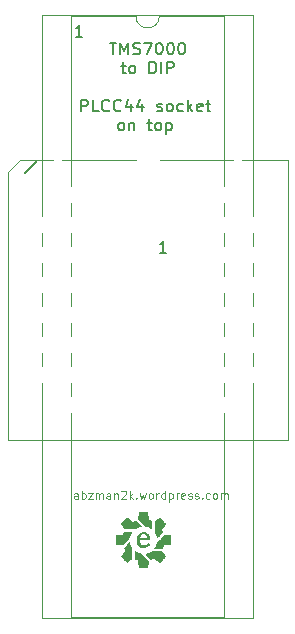
<source format=gto>
G04 #@! TF.GenerationSoftware,KiCad,Pcbnew,(6.0.0)*
G04 #@! TF.CreationDate,2023-01-29T20:41:39-05:00*
G04 #@! TF.ProjectId,tms7000 plcc 44 adapter,746d7337-3030-4302-9070-6c6363203434,rev?*
G04 #@! TF.SameCoordinates,Original*
G04 #@! TF.FileFunction,Legend,Top*
G04 #@! TF.FilePolarity,Positive*
%FSLAX46Y46*%
G04 Gerber Fmt 4.6, Leading zero omitted, Abs format (unit mm)*
G04 Created by KiCad (PCBNEW (6.0.0)) date 2023-01-29 20:41:39*
%MOMM*%
%LPD*%
G01*
G04 APERTURE LIST*
%ADD10C,0.150000*%
%ADD11C,0.100000*%
%ADD12C,0.120000*%
%ADD13R,1.600000X1.600000*%
%ADD14O,1.600000X1.600000*%
%ADD15R,1.422400X1.422400*%
%ADD16C,1.422400*%
G04 APERTURE END LIST*
D10*
X117348000Y-60452000D02*
X118364000Y-59436000D01*
X124523904Y-49447380D02*
X125095333Y-49447380D01*
X124809619Y-50447380D02*
X124809619Y-49447380D01*
X125428666Y-50447380D02*
X125428666Y-49447380D01*
X125762000Y-50161666D01*
X126095333Y-49447380D01*
X126095333Y-50447380D01*
X126523904Y-50399761D02*
X126666761Y-50447380D01*
X126904857Y-50447380D01*
X127000095Y-50399761D01*
X127047714Y-50352142D01*
X127095333Y-50256904D01*
X127095333Y-50161666D01*
X127047714Y-50066428D01*
X127000095Y-50018809D01*
X126904857Y-49971190D01*
X126714380Y-49923571D01*
X126619142Y-49875952D01*
X126571523Y-49828333D01*
X126523904Y-49733095D01*
X126523904Y-49637857D01*
X126571523Y-49542619D01*
X126619142Y-49495000D01*
X126714380Y-49447380D01*
X126952476Y-49447380D01*
X127095333Y-49495000D01*
X127428666Y-49447380D02*
X128095333Y-49447380D01*
X127666761Y-50447380D01*
X128666761Y-49447380D02*
X128762000Y-49447380D01*
X128857238Y-49495000D01*
X128904857Y-49542619D01*
X128952476Y-49637857D01*
X129000095Y-49828333D01*
X129000095Y-50066428D01*
X128952476Y-50256904D01*
X128904857Y-50352142D01*
X128857238Y-50399761D01*
X128762000Y-50447380D01*
X128666761Y-50447380D01*
X128571523Y-50399761D01*
X128523904Y-50352142D01*
X128476285Y-50256904D01*
X128428666Y-50066428D01*
X128428666Y-49828333D01*
X128476285Y-49637857D01*
X128523904Y-49542619D01*
X128571523Y-49495000D01*
X128666761Y-49447380D01*
X129619142Y-49447380D02*
X129714380Y-49447380D01*
X129809619Y-49495000D01*
X129857238Y-49542619D01*
X129904857Y-49637857D01*
X129952476Y-49828333D01*
X129952476Y-50066428D01*
X129904857Y-50256904D01*
X129857238Y-50352142D01*
X129809619Y-50399761D01*
X129714380Y-50447380D01*
X129619142Y-50447380D01*
X129523904Y-50399761D01*
X129476285Y-50352142D01*
X129428666Y-50256904D01*
X129381047Y-50066428D01*
X129381047Y-49828333D01*
X129428666Y-49637857D01*
X129476285Y-49542619D01*
X129523904Y-49495000D01*
X129619142Y-49447380D01*
X130571523Y-49447380D02*
X130666761Y-49447380D01*
X130762000Y-49495000D01*
X130809619Y-49542619D01*
X130857238Y-49637857D01*
X130904857Y-49828333D01*
X130904857Y-50066428D01*
X130857238Y-50256904D01*
X130809619Y-50352142D01*
X130762000Y-50399761D01*
X130666761Y-50447380D01*
X130571523Y-50447380D01*
X130476285Y-50399761D01*
X130428666Y-50352142D01*
X130381047Y-50256904D01*
X130333428Y-50066428D01*
X130333428Y-49828333D01*
X130381047Y-49637857D01*
X130428666Y-49542619D01*
X130476285Y-49495000D01*
X130571523Y-49447380D01*
X125500095Y-51390714D02*
X125881047Y-51390714D01*
X125642952Y-51057380D02*
X125642952Y-51914523D01*
X125690571Y-52009761D01*
X125785809Y-52057380D01*
X125881047Y-52057380D01*
X126357238Y-52057380D02*
X126262000Y-52009761D01*
X126214380Y-51962142D01*
X126166761Y-51866904D01*
X126166761Y-51581190D01*
X126214380Y-51485952D01*
X126262000Y-51438333D01*
X126357238Y-51390714D01*
X126500095Y-51390714D01*
X126595333Y-51438333D01*
X126642952Y-51485952D01*
X126690571Y-51581190D01*
X126690571Y-51866904D01*
X126642952Y-51962142D01*
X126595333Y-52009761D01*
X126500095Y-52057380D01*
X126357238Y-52057380D01*
X127881047Y-52057380D02*
X127881047Y-51057380D01*
X128119142Y-51057380D01*
X128262000Y-51105000D01*
X128357238Y-51200238D01*
X128404857Y-51295476D01*
X128452476Y-51485952D01*
X128452476Y-51628809D01*
X128404857Y-51819285D01*
X128357238Y-51914523D01*
X128262000Y-52009761D01*
X128119142Y-52057380D01*
X127881047Y-52057380D01*
X128881047Y-52057380D02*
X128881047Y-51057380D01*
X129357238Y-52057380D02*
X129357238Y-51057380D01*
X129738190Y-51057380D01*
X129833428Y-51105000D01*
X129881047Y-51152619D01*
X129928666Y-51247857D01*
X129928666Y-51390714D01*
X129881047Y-51485952D01*
X129833428Y-51533571D01*
X129738190Y-51581190D01*
X129357238Y-51581190D01*
X129317714Y-67254380D02*
X128746285Y-67254380D01*
X129032000Y-67254380D02*
X129032000Y-66254380D01*
X128936761Y-66397238D01*
X128841523Y-66492476D01*
X128746285Y-66540095D01*
X122205714Y-48966380D02*
X121634285Y-48966380D01*
X121920000Y-48966380D02*
X121920000Y-47966380D01*
X121824761Y-48109238D01*
X121729523Y-48204476D01*
X121634285Y-48252095D01*
D11*
X121816000Y-88073666D02*
X121816000Y-87707000D01*
X121782666Y-87640333D01*
X121716000Y-87607000D01*
X121582666Y-87607000D01*
X121516000Y-87640333D01*
X121816000Y-88040333D02*
X121749333Y-88073666D01*
X121582666Y-88073666D01*
X121516000Y-88040333D01*
X121482666Y-87973666D01*
X121482666Y-87907000D01*
X121516000Y-87840333D01*
X121582666Y-87807000D01*
X121749333Y-87807000D01*
X121816000Y-87773666D01*
X122149333Y-88073666D02*
X122149333Y-87373666D01*
X122149333Y-87640333D02*
X122216000Y-87607000D01*
X122349333Y-87607000D01*
X122416000Y-87640333D01*
X122449333Y-87673666D01*
X122482666Y-87740333D01*
X122482666Y-87940333D01*
X122449333Y-88007000D01*
X122416000Y-88040333D01*
X122349333Y-88073666D01*
X122216000Y-88073666D01*
X122149333Y-88040333D01*
X122716000Y-87607000D02*
X123082666Y-87607000D01*
X122716000Y-88073666D01*
X123082666Y-88073666D01*
X123349333Y-88073666D02*
X123349333Y-87607000D01*
X123349333Y-87673666D02*
X123382666Y-87640333D01*
X123449333Y-87607000D01*
X123549333Y-87607000D01*
X123616000Y-87640333D01*
X123649333Y-87707000D01*
X123649333Y-88073666D01*
X123649333Y-87707000D02*
X123682666Y-87640333D01*
X123749333Y-87607000D01*
X123849333Y-87607000D01*
X123916000Y-87640333D01*
X123949333Y-87707000D01*
X123949333Y-88073666D01*
X124582666Y-88073666D02*
X124582666Y-87707000D01*
X124549333Y-87640333D01*
X124482666Y-87607000D01*
X124349333Y-87607000D01*
X124282666Y-87640333D01*
X124582666Y-88040333D02*
X124516000Y-88073666D01*
X124349333Y-88073666D01*
X124282666Y-88040333D01*
X124249333Y-87973666D01*
X124249333Y-87907000D01*
X124282666Y-87840333D01*
X124349333Y-87807000D01*
X124516000Y-87807000D01*
X124582666Y-87773666D01*
X124916000Y-87607000D02*
X124916000Y-88073666D01*
X124916000Y-87673666D02*
X124949333Y-87640333D01*
X125016000Y-87607000D01*
X125116000Y-87607000D01*
X125182666Y-87640333D01*
X125216000Y-87707000D01*
X125216000Y-88073666D01*
X125516000Y-87440333D02*
X125549333Y-87407000D01*
X125616000Y-87373666D01*
X125782666Y-87373666D01*
X125849333Y-87407000D01*
X125882666Y-87440333D01*
X125916000Y-87507000D01*
X125916000Y-87573666D01*
X125882666Y-87673666D01*
X125482666Y-88073666D01*
X125916000Y-88073666D01*
X126216000Y-88073666D02*
X126216000Y-87373666D01*
X126282666Y-87807000D02*
X126482666Y-88073666D01*
X126482666Y-87607000D02*
X126216000Y-87873666D01*
X126782666Y-88007000D02*
X126816000Y-88040333D01*
X126782666Y-88073666D01*
X126749333Y-88040333D01*
X126782666Y-88007000D01*
X126782666Y-88073666D01*
X127049333Y-87607000D02*
X127182666Y-88073666D01*
X127316000Y-87740333D01*
X127449333Y-88073666D01*
X127582666Y-87607000D01*
X127949333Y-88073666D02*
X127882666Y-88040333D01*
X127849333Y-88007000D01*
X127816000Y-87940333D01*
X127816000Y-87740333D01*
X127849333Y-87673666D01*
X127882666Y-87640333D01*
X127949333Y-87607000D01*
X128049333Y-87607000D01*
X128116000Y-87640333D01*
X128149333Y-87673666D01*
X128182666Y-87740333D01*
X128182666Y-87940333D01*
X128149333Y-88007000D01*
X128116000Y-88040333D01*
X128049333Y-88073666D01*
X127949333Y-88073666D01*
X128482666Y-88073666D02*
X128482666Y-87607000D01*
X128482666Y-87740333D02*
X128516000Y-87673666D01*
X128549333Y-87640333D01*
X128616000Y-87607000D01*
X128682666Y-87607000D01*
X129216000Y-88073666D02*
X129216000Y-87373666D01*
X129216000Y-88040333D02*
X129149333Y-88073666D01*
X129016000Y-88073666D01*
X128949333Y-88040333D01*
X128916000Y-88007000D01*
X128882666Y-87940333D01*
X128882666Y-87740333D01*
X128916000Y-87673666D01*
X128949333Y-87640333D01*
X129016000Y-87607000D01*
X129149333Y-87607000D01*
X129216000Y-87640333D01*
X129549333Y-87607000D02*
X129549333Y-88307000D01*
X129549333Y-87640333D02*
X129616000Y-87607000D01*
X129749333Y-87607000D01*
X129816000Y-87640333D01*
X129849333Y-87673666D01*
X129882666Y-87740333D01*
X129882666Y-87940333D01*
X129849333Y-88007000D01*
X129816000Y-88040333D01*
X129749333Y-88073666D01*
X129616000Y-88073666D01*
X129549333Y-88040333D01*
X130182666Y-88073666D02*
X130182666Y-87607000D01*
X130182666Y-87740333D02*
X130216000Y-87673666D01*
X130249333Y-87640333D01*
X130316000Y-87607000D01*
X130382666Y-87607000D01*
X130882666Y-88040333D02*
X130816000Y-88073666D01*
X130682666Y-88073666D01*
X130616000Y-88040333D01*
X130582666Y-87973666D01*
X130582666Y-87707000D01*
X130616000Y-87640333D01*
X130682666Y-87607000D01*
X130816000Y-87607000D01*
X130882666Y-87640333D01*
X130916000Y-87707000D01*
X130916000Y-87773666D01*
X130582666Y-87840333D01*
X131182666Y-88040333D02*
X131249333Y-88073666D01*
X131382666Y-88073666D01*
X131449333Y-88040333D01*
X131482666Y-87973666D01*
X131482666Y-87940333D01*
X131449333Y-87873666D01*
X131382666Y-87840333D01*
X131282666Y-87840333D01*
X131216000Y-87807000D01*
X131182666Y-87740333D01*
X131182666Y-87707000D01*
X131216000Y-87640333D01*
X131282666Y-87607000D01*
X131382666Y-87607000D01*
X131449333Y-87640333D01*
X131749333Y-88040333D02*
X131816000Y-88073666D01*
X131949333Y-88073666D01*
X132016000Y-88040333D01*
X132049333Y-87973666D01*
X132049333Y-87940333D01*
X132016000Y-87873666D01*
X131949333Y-87840333D01*
X131849333Y-87840333D01*
X131782666Y-87807000D01*
X131749333Y-87740333D01*
X131749333Y-87707000D01*
X131782666Y-87640333D01*
X131849333Y-87607000D01*
X131949333Y-87607000D01*
X132016000Y-87640333D01*
X132349333Y-88007000D02*
X132382666Y-88040333D01*
X132349333Y-88073666D01*
X132316000Y-88040333D01*
X132349333Y-88007000D01*
X132349333Y-88073666D01*
X132982666Y-88040333D02*
X132916000Y-88073666D01*
X132782666Y-88073666D01*
X132716000Y-88040333D01*
X132682666Y-88007000D01*
X132649333Y-87940333D01*
X132649333Y-87740333D01*
X132682666Y-87673666D01*
X132716000Y-87640333D01*
X132782666Y-87607000D01*
X132916000Y-87607000D01*
X132982666Y-87640333D01*
X133382666Y-88073666D02*
X133316000Y-88040333D01*
X133282666Y-88007000D01*
X133249333Y-87940333D01*
X133249333Y-87740333D01*
X133282666Y-87673666D01*
X133316000Y-87640333D01*
X133382666Y-87607000D01*
X133482666Y-87607000D01*
X133549333Y-87640333D01*
X133582666Y-87673666D01*
X133616000Y-87740333D01*
X133616000Y-87940333D01*
X133582666Y-88007000D01*
X133549333Y-88040333D01*
X133482666Y-88073666D01*
X133382666Y-88073666D01*
X133916000Y-88073666D02*
X133916000Y-87607000D01*
X133916000Y-87673666D02*
X133949333Y-87640333D01*
X134016000Y-87607000D01*
X134116000Y-87607000D01*
X134182666Y-87640333D01*
X134216000Y-87707000D01*
X134216000Y-88073666D01*
X134216000Y-87707000D02*
X134249333Y-87640333D01*
X134316000Y-87607000D01*
X134416000Y-87607000D01*
X134482666Y-87640333D01*
X134516000Y-87707000D01*
X134516000Y-88073666D01*
D10*
X122103238Y-55273380D02*
X122103238Y-54273380D01*
X122484190Y-54273380D01*
X122579428Y-54321000D01*
X122627047Y-54368619D01*
X122674666Y-54463857D01*
X122674666Y-54606714D01*
X122627047Y-54701952D01*
X122579428Y-54749571D01*
X122484190Y-54797190D01*
X122103238Y-54797190D01*
X123579428Y-55273380D02*
X123103238Y-55273380D01*
X123103238Y-54273380D01*
X124484190Y-55178142D02*
X124436571Y-55225761D01*
X124293714Y-55273380D01*
X124198476Y-55273380D01*
X124055619Y-55225761D01*
X123960380Y-55130523D01*
X123912761Y-55035285D01*
X123865142Y-54844809D01*
X123865142Y-54701952D01*
X123912761Y-54511476D01*
X123960380Y-54416238D01*
X124055619Y-54321000D01*
X124198476Y-54273380D01*
X124293714Y-54273380D01*
X124436571Y-54321000D01*
X124484190Y-54368619D01*
X125484190Y-55178142D02*
X125436571Y-55225761D01*
X125293714Y-55273380D01*
X125198476Y-55273380D01*
X125055619Y-55225761D01*
X124960380Y-55130523D01*
X124912761Y-55035285D01*
X124865142Y-54844809D01*
X124865142Y-54701952D01*
X124912761Y-54511476D01*
X124960380Y-54416238D01*
X125055619Y-54321000D01*
X125198476Y-54273380D01*
X125293714Y-54273380D01*
X125436571Y-54321000D01*
X125484190Y-54368619D01*
X126341333Y-54606714D02*
X126341333Y-55273380D01*
X126103238Y-54225761D02*
X125865142Y-54940047D01*
X126484190Y-54940047D01*
X127293714Y-54606714D02*
X127293714Y-55273380D01*
X127055619Y-54225761D02*
X126817523Y-54940047D01*
X127436571Y-54940047D01*
X128531809Y-55225761D02*
X128627047Y-55273380D01*
X128817523Y-55273380D01*
X128912761Y-55225761D01*
X128960380Y-55130523D01*
X128960380Y-55082904D01*
X128912761Y-54987666D01*
X128817523Y-54940047D01*
X128674666Y-54940047D01*
X128579428Y-54892428D01*
X128531809Y-54797190D01*
X128531809Y-54749571D01*
X128579428Y-54654333D01*
X128674666Y-54606714D01*
X128817523Y-54606714D01*
X128912761Y-54654333D01*
X129531809Y-55273380D02*
X129436571Y-55225761D01*
X129388952Y-55178142D01*
X129341333Y-55082904D01*
X129341333Y-54797190D01*
X129388952Y-54701952D01*
X129436571Y-54654333D01*
X129531809Y-54606714D01*
X129674666Y-54606714D01*
X129769904Y-54654333D01*
X129817523Y-54701952D01*
X129865142Y-54797190D01*
X129865142Y-55082904D01*
X129817523Y-55178142D01*
X129769904Y-55225761D01*
X129674666Y-55273380D01*
X129531809Y-55273380D01*
X130722285Y-55225761D02*
X130627047Y-55273380D01*
X130436571Y-55273380D01*
X130341333Y-55225761D01*
X130293714Y-55178142D01*
X130246095Y-55082904D01*
X130246095Y-54797190D01*
X130293714Y-54701952D01*
X130341333Y-54654333D01*
X130436571Y-54606714D01*
X130627047Y-54606714D01*
X130722285Y-54654333D01*
X131150857Y-55273380D02*
X131150857Y-54273380D01*
X131246095Y-54892428D02*
X131531809Y-55273380D01*
X131531809Y-54606714D02*
X131150857Y-54987666D01*
X132341333Y-55225761D02*
X132246095Y-55273380D01*
X132055619Y-55273380D01*
X131960380Y-55225761D01*
X131912761Y-55130523D01*
X131912761Y-54749571D01*
X131960380Y-54654333D01*
X132055619Y-54606714D01*
X132246095Y-54606714D01*
X132341333Y-54654333D01*
X132388952Y-54749571D01*
X132388952Y-54844809D01*
X131912761Y-54940047D01*
X132674666Y-54606714D02*
X133055619Y-54606714D01*
X132817523Y-54273380D02*
X132817523Y-55130523D01*
X132865142Y-55225761D01*
X132960380Y-55273380D01*
X133055619Y-55273380D01*
X125412761Y-56883380D02*
X125317523Y-56835761D01*
X125269904Y-56788142D01*
X125222285Y-56692904D01*
X125222285Y-56407190D01*
X125269904Y-56311952D01*
X125317523Y-56264333D01*
X125412761Y-56216714D01*
X125555619Y-56216714D01*
X125650857Y-56264333D01*
X125698476Y-56311952D01*
X125746095Y-56407190D01*
X125746095Y-56692904D01*
X125698476Y-56788142D01*
X125650857Y-56835761D01*
X125555619Y-56883380D01*
X125412761Y-56883380D01*
X126174666Y-56216714D02*
X126174666Y-56883380D01*
X126174666Y-56311952D02*
X126222285Y-56264333D01*
X126317523Y-56216714D01*
X126460380Y-56216714D01*
X126555619Y-56264333D01*
X126603238Y-56359571D01*
X126603238Y-56883380D01*
X127698476Y-56216714D02*
X128079428Y-56216714D01*
X127841333Y-55883380D02*
X127841333Y-56740523D01*
X127888952Y-56835761D01*
X127984190Y-56883380D01*
X128079428Y-56883380D01*
X128555619Y-56883380D02*
X128460380Y-56835761D01*
X128412761Y-56788142D01*
X128365142Y-56692904D01*
X128365142Y-56407190D01*
X128412761Y-56311952D01*
X128460380Y-56264333D01*
X128555619Y-56216714D01*
X128698476Y-56216714D01*
X128793714Y-56264333D01*
X128841333Y-56311952D01*
X128888952Y-56407190D01*
X128888952Y-56692904D01*
X128841333Y-56788142D01*
X128793714Y-56835761D01*
X128698476Y-56883380D01*
X128555619Y-56883380D01*
X129317523Y-56216714D02*
X129317523Y-57216714D01*
X129317523Y-56264333D02*
X129412761Y-56216714D01*
X129603238Y-56216714D01*
X129698476Y-56264333D01*
X129746095Y-56311952D01*
X129793714Y-56407190D01*
X129793714Y-56692904D01*
X129746095Y-56788142D01*
X129698476Y-56835761D01*
X129603238Y-56883380D01*
X129412761Y-56883380D01*
X129317523Y-56835761D01*
D12*
X118786000Y-98181500D02*
X136686000Y-98181500D01*
X118786000Y-47141500D02*
X118786000Y-98181500D01*
X136686000Y-98181500D02*
X136686000Y-47141500D01*
X134196000Y-47201500D02*
X128736000Y-47201500D01*
X126736000Y-47201500D02*
X121276000Y-47201500D01*
X134196000Y-98121500D02*
X134196000Y-47201500D01*
X136686000Y-47141500D02*
X118786000Y-47141500D01*
X121276000Y-47201500D02*
X121276000Y-98121500D01*
X121276000Y-98121500D02*
X134196000Y-98121500D01*
X126736000Y-47201500D02*
G75*
G03*
X128736000Y-47201500I1000000J0D01*
G01*
G36*
X126683492Y-92492189D02*
G01*
X126705321Y-92507119D01*
X126732311Y-92525838D01*
X126734796Y-92527574D01*
X126803943Y-92571323D01*
X126881439Y-92612821D01*
X126958436Y-92647426D01*
X126977343Y-92654745D01*
X127013061Y-92667119D01*
X127054303Y-92679990D01*
X127096759Y-92692177D01*
X127136119Y-92702502D01*
X127168073Y-92709782D01*
X127188311Y-92712837D01*
X127189532Y-92712865D01*
X127198124Y-92718842D01*
X127217736Y-92736008D01*
X127247174Y-92763216D01*
X127285240Y-92799318D01*
X127330740Y-92843168D01*
X127382477Y-92893618D01*
X127439255Y-92949520D01*
X127499880Y-93009728D01*
X127522620Y-93032441D01*
X127842108Y-93352016D01*
X127836761Y-93399204D01*
X127833565Y-93427214D01*
X127829018Y-93466812D01*
X127823772Y-93512338D01*
X127819354Y-93550562D01*
X127813285Y-93604271D01*
X127806764Y-93664060D01*
X127800756Y-93720977D01*
X127797782Y-93750220D01*
X127793394Y-93792885D01*
X127789078Y-93832518D01*
X127785417Y-93863867D01*
X127783529Y-93878261D01*
X127778791Y-93910814D01*
X126991891Y-93910814D01*
X126987152Y-93878261D01*
X126984318Y-93856030D01*
X126980415Y-93821768D01*
X126976027Y-93780727D01*
X126972925Y-93750220D01*
X126967532Y-93698312D01*
X126960977Y-93638664D01*
X126954313Y-93580753D01*
X126951207Y-93554902D01*
X126945408Y-93504843D01*
X126939754Y-93451369D01*
X126935060Y-93402404D01*
X126933034Y-93378362D01*
X126929244Y-93342393D01*
X126924417Y-93315247D01*
X126919264Y-93300545D01*
X126917493Y-93299004D01*
X126891768Y-93291254D01*
X126855974Y-93279632D01*
X126814887Y-93265787D01*
X126773284Y-93251363D01*
X126735942Y-93238008D01*
X126707637Y-93227367D01*
X126697388Y-93223151D01*
X126660495Y-93206858D01*
X126660495Y-92842158D01*
X126660591Y-92750036D01*
X126660906Y-92674002D01*
X126661478Y-92612781D01*
X126662346Y-92565100D01*
X126663548Y-92529686D01*
X126665123Y-92505265D01*
X126667110Y-92490565D01*
X126669546Y-92484310D01*
X126671346Y-92484143D01*
X126683492Y-92492189D01*
G37*
G36*
X129209143Y-91119576D02*
G01*
X129238968Y-91122882D01*
X129280141Y-91127542D01*
X129326770Y-91132885D01*
X129364562Y-91137261D01*
X129418268Y-91143358D01*
X129478055Y-91149902D01*
X129534969Y-91155922D01*
X129564220Y-91158900D01*
X129606885Y-91163287D01*
X129646518Y-91167603D01*
X129677867Y-91171265D01*
X129692261Y-91173152D01*
X129724814Y-91177891D01*
X129724814Y-91964791D01*
X129692261Y-91969529D01*
X129670030Y-91972364D01*
X129635768Y-91976266D01*
X129594727Y-91980654D01*
X129564220Y-91983757D01*
X129512312Y-91989149D01*
X129452664Y-91995705D01*
X129394753Y-92002369D01*
X129368902Y-92005475D01*
X129318843Y-92011273D01*
X129265369Y-92016928D01*
X129216404Y-92021622D01*
X129192362Y-92023648D01*
X129156411Y-92027436D01*
X129129259Y-92032262D01*
X129114536Y-92037413D01*
X129112983Y-92039188D01*
X129103236Y-92071643D01*
X129089543Y-92113966D01*
X129074054Y-92159770D01*
X129058917Y-92202666D01*
X129049156Y-92228911D01*
X129026603Y-92287506D01*
X128663884Y-92287506D01*
X128586427Y-92287415D01*
X128514625Y-92287156D01*
X128450278Y-92286748D01*
X128395183Y-92286211D01*
X128351137Y-92285563D01*
X128319940Y-92284825D01*
X128303387Y-92284016D01*
X128301164Y-92283582D01*
X128305786Y-92275113D01*
X128318032Y-92256212D01*
X128335474Y-92230602D01*
X128339742Y-92224471D01*
X128385905Y-92151605D01*
X128428866Y-92071100D01*
X128464020Y-91991711D01*
X128468745Y-91979338D01*
X128482314Y-91940143D01*
X128495879Y-91896289D01*
X128508274Y-91852114D01*
X128518337Y-91811955D01*
X128524903Y-91780149D01*
X128526865Y-91762809D01*
X128533001Y-91751983D01*
X128551443Y-91729569D01*
X128582242Y-91695513D01*
X128625450Y-91649761D01*
X128681118Y-91592258D01*
X128749298Y-91522950D01*
X128830041Y-91441783D01*
X128842379Y-91429442D01*
X129157894Y-91114016D01*
X129209143Y-91119576D01*
G37*
G36*
X126067039Y-89681436D02*
G01*
X126088745Y-89698380D01*
X126120924Y-89723852D01*
X126160637Y-89755493D01*
X126204947Y-89790943D01*
X126250915Y-89827845D01*
X126295603Y-89863837D01*
X126336074Y-89896561D01*
X126369389Y-89923657D01*
X126392609Y-89942766D01*
X126395660Y-89945318D01*
X126412377Y-89958992D01*
X126436250Y-89978099D01*
X126451881Y-89990454D01*
X126490670Y-90020942D01*
X126551710Y-89987960D01*
X126591563Y-89967444D01*
X126637624Y-89945224D01*
X126679994Y-89926075D01*
X126680406Y-89925898D01*
X126748062Y-89896817D01*
X127003765Y-90152411D01*
X127058525Y-90207287D01*
X127109271Y-90258411D01*
X127154723Y-90304474D01*
X127193603Y-90344168D01*
X127224632Y-90376185D01*
X127246533Y-90399216D01*
X127258025Y-90411953D01*
X127259469Y-90414038D01*
X127251716Y-90418601D01*
X127231983Y-90423453D01*
X127218235Y-90425664D01*
X127182307Y-90432141D01*
X127135734Y-90442772D01*
X127084279Y-90456030D01*
X127033702Y-90470387D01*
X126989765Y-90484316D01*
X126969640Y-90491578D01*
X126917897Y-90513823D01*
X126860151Y-90542198D01*
X126804039Y-90572761D01*
X126759425Y-90600083D01*
X126715123Y-90629475D01*
X125794412Y-90629475D01*
X125780990Y-90608991D01*
X125766597Y-90589040D01*
X125755957Y-90576438D01*
X125746649Y-90565665D01*
X125728724Y-90544006D01*
X125704383Y-90514155D01*
X125675828Y-90478803D01*
X125660895Y-90460199D01*
X125627581Y-90418657D01*
X125594064Y-90376937D01*
X125563702Y-90339214D01*
X125539853Y-90309662D01*
X125534627Y-90303208D01*
X125511144Y-90273827D01*
X125489527Y-90246078D01*
X125474185Y-90225627D01*
X125473374Y-90224494D01*
X125454937Y-90198602D01*
X126013775Y-89640540D01*
X126067039Y-89681436D01*
G37*
G36*
X127783529Y-89264420D02*
G01*
X127786364Y-89286651D01*
X127790266Y-89320914D01*
X127794654Y-89361954D01*
X127797757Y-89392462D01*
X127803149Y-89444369D01*
X127809705Y-89504018D01*
X127816369Y-89561929D01*
X127819475Y-89587780D01*
X127825273Y-89637838D01*
X127830928Y-89691312D01*
X127835622Y-89740277D01*
X127837648Y-89764320D01*
X127841438Y-89800289D01*
X127846264Y-89827435D01*
X127851418Y-89842136D01*
X127853188Y-89843677D01*
X127878913Y-89851428D01*
X127914708Y-89863049D01*
X127955794Y-89876895D01*
X127997397Y-89891318D01*
X128034739Y-89904674D01*
X128063044Y-89915315D01*
X128073294Y-89919531D01*
X128110187Y-89935824D01*
X128110187Y-90300011D01*
X128110137Y-90377622D01*
X128109994Y-90449574D01*
X128109770Y-90514074D01*
X128109473Y-90569329D01*
X128109117Y-90613546D01*
X128108710Y-90644930D01*
X128108264Y-90661690D01*
X128108017Y-90664030D01*
X128100435Y-90659347D01*
X128081792Y-90646881D01*
X128055270Y-90628776D01*
X128036400Y-90615755D01*
X127920310Y-90545675D01*
X127794706Y-90489275D01*
X127661993Y-90447608D01*
X127641424Y-90442648D01*
X127576318Y-90427563D01*
X127252944Y-90105359D01*
X126929569Y-89783154D01*
X126934419Y-89739722D01*
X126937397Y-89713377D01*
X126941754Y-89675232D01*
X126946868Y-89630732D01*
X126951327Y-89592120D01*
X126957396Y-89538411D01*
X126963918Y-89478621D01*
X126969925Y-89421705D01*
X126972900Y-89392462D01*
X126977287Y-89349796D01*
X126981603Y-89310163D01*
X126985265Y-89278815D01*
X126987152Y-89264420D01*
X126991891Y-89231867D01*
X127778791Y-89231867D01*
X127783529Y-89264420D01*
G37*
G36*
X128519051Y-92504937D02*
G01*
X128965245Y-92505347D01*
X129004309Y-92554643D01*
X129025961Y-92581886D01*
X129045167Y-92605910D01*
X129057763Y-92621508D01*
X129068877Y-92635210D01*
X129088148Y-92659100D01*
X129113640Y-92690769D01*
X129143418Y-92727806D01*
X129175547Y-92767801D01*
X129208093Y-92808344D01*
X129239121Y-92847025D01*
X129266696Y-92881434D01*
X129288883Y-92909160D01*
X129303746Y-92927794D01*
X129309157Y-92934656D01*
X129304764Y-92942835D01*
X129288643Y-92962309D01*
X129261534Y-92992294D01*
X129224179Y-93032004D01*
X129177320Y-93080655D01*
X129121697Y-93137463D01*
X129058053Y-93201643D01*
X129036386Y-93223337D01*
X128756717Y-93502908D01*
X128604898Y-93380599D01*
X128559922Y-93344347D01*
X128518653Y-93311046D01*
X128483306Y-93282486D01*
X128456094Y-93260456D01*
X128439231Y-93246745D01*
X128435686Y-93243832D01*
X128421508Y-93232249D01*
X128397712Y-93213016D01*
X128368248Y-93189318D01*
X128350647Y-93175208D01*
X128283000Y-93121045D01*
X128207444Y-93159326D01*
X128167514Y-93179184D01*
X128126580Y-93198928D01*
X128091601Y-93215220D01*
X128081820Y-93219591D01*
X128031751Y-93241575D01*
X127775007Y-92985269D01*
X127720277Y-92930448D01*
X127669722Y-92879451D01*
X127624595Y-92833568D01*
X127586146Y-92794090D01*
X127555630Y-92762304D01*
X127534297Y-92739503D01*
X127523402Y-92726976D01*
X127522269Y-92724957D01*
X127532287Y-92721624D01*
X127554511Y-92716860D01*
X127581679Y-92712102D01*
X127710993Y-92682751D01*
X127838178Y-92636530D01*
X127962033Y-92573905D01*
X128006885Y-92546601D01*
X128072858Y-92504526D01*
X128519051Y-92504937D01*
G37*
G36*
X126233335Y-91713527D02*
G01*
X126238414Y-91732466D01*
X126239458Y-91738446D01*
X126267590Y-91870415D01*
X126309231Y-91996660D01*
X126363255Y-92114138D01*
X126405190Y-92185462D01*
X126443475Y-92244644D01*
X126443475Y-93153787D01*
X126414834Y-93178558D01*
X126389552Y-93199902D01*
X126360804Y-93223459D01*
X126351898Y-93230595D01*
X126334701Y-93244331D01*
X126306625Y-93266827D01*
X126270317Y-93295961D01*
X126228424Y-93329607D01*
X126183593Y-93365643D01*
X126174370Y-93373060D01*
X126131303Y-93407679D01*
X126092548Y-93438793D01*
X126060245Y-93464690D01*
X126036529Y-93483657D01*
X126023539Y-93493981D01*
X126022026Y-93495157D01*
X126013847Y-93490764D01*
X125994372Y-93474643D01*
X125964388Y-93447534D01*
X125924678Y-93410179D01*
X125876026Y-93363320D01*
X125819218Y-93307697D01*
X125755038Y-93244053D01*
X125733344Y-93222386D01*
X125453774Y-92942717D01*
X125576082Y-92790898D01*
X125612335Y-92745922D01*
X125645636Y-92704653D01*
X125674196Y-92669306D01*
X125696226Y-92642094D01*
X125709936Y-92625231D01*
X125712850Y-92621686D01*
X125724433Y-92607508D01*
X125743666Y-92583712D01*
X125767363Y-92554248D01*
X125781473Y-92536647D01*
X125835637Y-92469000D01*
X125797355Y-92393444D01*
X125777361Y-92353217D01*
X125757356Y-92311696D01*
X125740746Y-92275989D01*
X125736364Y-92266176D01*
X125713653Y-92214463D01*
X125967829Y-91960178D01*
X126022554Y-91905573D01*
X126073531Y-91854987D01*
X126119445Y-91809702D01*
X126158985Y-91770999D01*
X126190836Y-91740163D01*
X126213687Y-91718474D01*
X126226224Y-91707216D01*
X126228177Y-91705893D01*
X126233335Y-91713527D01*
G37*
G36*
X126866479Y-91244170D02*
G01*
X126911915Y-91165627D01*
X126971703Y-91091349D01*
X126990365Y-91071742D01*
X127063627Y-91006793D01*
X127141991Y-90956972D01*
X127229082Y-90920108D01*
X127259393Y-90910691D01*
X127297888Y-90900276D01*
X127329279Y-90893919D01*
X127359898Y-90890961D01*
X127396080Y-90890736D01*
X127436094Y-90892209D01*
X127512080Y-90899002D01*
X127577180Y-90912862D01*
X127637005Y-90935449D01*
X127697167Y-90968419D01*
X127700036Y-90970214D01*
X127765465Y-91021327D01*
X127821304Y-91085467D01*
X127865966Y-91160253D01*
X127897860Y-91243304D01*
X127907162Y-91280534D01*
X127913673Y-91323089D01*
X127917166Y-91371630D01*
X127917775Y-91421999D01*
X127915633Y-91470038D01*
X127910876Y-91511590D01*
X127903636Y-91542497D01*
X127898355Y-91553905D01*
X127884086Y-91575681D01*
X127085853Y-91575681D01*
X127086158Y-91612575D01*
X127094673Y-91695333D01*
X127118001Y-91772712D01*
X127154917Y-91842660D01*
X127204197Y-91903123D01*
X127264617Y-91952049D01*
X127300920Y-91972690D01*
X127329396Y-91986478D01*
X127351778Y-91995715D01*
X127372826Y-92001312D01*
X127397302Y-92004181D01*
X127429966Y-92005233D01*
X127471685Y-92005380D01*
X127517502Y-92005056D01*
X127550514Y-92003620D01*
X127575274Y-92000375D01*
X127596332Y-91994626D01*
X127618242Y-91985676D01*
X127627023Y-91981626D01*
X127663029Y-91961771D01*
X127704747Y-91934265D01*
X127746452Y-91903290D01*
X127782418Y-91873027D01*
X127801194Y-91854417D01*
X127818853Y-91840128D01*
X127837374Y-91838219D01*
X127860019Y-91849277D01*
X127885209Y-91869542D01*
X127922888Y-91902979D01*
X127892836Y-91952656D01*
X127834496Y-92033246D01*
X127765021Y-92101289D01*
X127685735Y-92155702D01*
X127597965Y-92195405D01*
X127593349Y-92196994D01*
X127557336Y-92208109D01*
X127523676Y-92215480D01*
X127486496Y-92219992D01*
X127439925Y-92222533D01*
X127420064Y-92223126D01*
X127374101Y-92223519D01*
X127329701Y-92222520D01*
X127292441Y-92220331D01*
X127270948Y-92217755D01*
X127199983Y-92199088D01*
X127126402Y-92169187D01*
X127057505Y-92131074D01*
X127050732Y-92126647D01*
X126981831Y-92070628D01*
X126923071Y-92001762D01*
X126875009Y-91921683D01*
X126838204Y-91832020D01*
X126813215Y-91734408D01*
X126800601Y-91630477D01*
X126800920Y-91521859D01*
X126811605Y-91428108D01*
X126813564Y-91419427D01*
X127085523Y-91419427D01*
X127322240Y-91419378D01*
X127388461Y-91419044D01*
X127449483Y-91418122D01*
X127502809Y-91416695D01*
X127545943Y-91414846D01*
X127576387Y-91412656D01*
X127590617Y-91410536D01*
X127622190Y-91395391D01*
X127642398Y-91369702D01*
X127652229Y-91331768D01*
X127653557Y-91302236D01*
X127644583Y-91240517D01*
X127619921Y-91183158D01*
X127581132Y-91132575D01*
X127529782Y-91091184D01*
X127509402Y-91079458D01*
X127464130Y-91063932D01*
X127410764Y-91058305D01*
X127355386Y-91062451D01*
X127304078Y-91076245D01*
X127286764Y-91084067D01*
X127229567Y-91122970D01*
X127179713Y-91175330D01*
X127139478Y-91237999D01*
X127111141Y-91307827D01*
X127103611Y-91337233D01*
X127097280Y-91366636D01*
X127091773Y-91391802D01*
X127089962Y-91399895D01*
X127085523Y-91419427D01*
X126813564Y-91419427D01*
X126833630Y-91330491D01*
X126866479Y-91244170D01*
G37*
G36*
X126206645Y-90846591D02*
G01*
X126282680Y-90846906D01*
X126343901Y-90847478D01*
X126391582Y-90848346D01*
X126426996Y-90849548D01*
X126451416Y-90851123D01*
X126466117Y-90853110D01*
X126472371Y-90855546D01*
X126472538Y-90857346D01*
X126464493Y-90869492D01*
X126449563Y-90891321D01*
X126430843Y-90918311D01*
X126429108Y-90920796D01*
X126385358Y-90989943D01*
X126343861Y-91067439D01*
X126309255Y-91144436D01*
X126301936Y-91163343D01*
X126289563Y-91199061D01*
X126276692Y-91240303D01*
X126264504Y-91282759D01*
X126254180Y-91322119D01*
X126246900Y-91354073D01*
X126243844Y-91374311D01*
X126243816Y-91375532D01*
X126237796Y-91385052D01*
X126220674Y-91405154D01*
X126193862Y-91434439D01*
X126158772Y-91471505D01*
X126116813Y-91514954D01*
X126069396Y-91563385D01*
X126017934Y-91615400D01*
X125963836Y-91669597D01*
X125908513Y-91724578D01*
X125853377Y-91778943D01*
X125799838Y-91831292D01*
X125749307Y-91880225D01*
X125703196Y-91924343D01*
X125662914Y-91962246D01*
X125629874Y-91992534D01*
X125605485Y-92013807D01*
X125591159Y-92024666D01*
X125588373Y-92025782D01*
X125566774Y-92023805D01*
X125545013Y-92021464D01*
X125467079Y-92012458D01*
X125403492Y-92005164D01*
X125351357Y-91999261D01*
X125307779Y-91994427D01*
X125269864Y-91990340D01*
X125234716Y-91986678D01*
X125206462Y-91983820D01*
X125163797Y-91979417D01*
X125124165Y-91975088D01*
X125092816Y-91971419D01*
X125078420Y-91969529D01*
X125045867Y-91964791D01*
X125045867Y-91177891D01*
X125078420Y-91173152D01*
X125100651Y-91170318D01*
X125134914Y-91166415D01*
X125175954Y-91162027D01*
X125206462Y-91158925D01*
X125258369Y-91153532D01*
X125318018Y-91146977D01*
X125375929Y-91140313D01*
X125401780Y-91137207D01*
X125451838Y-91131408D01*
X125505312Y-91125754D01*
X125554277Y-91121060D01*
X125578320Y-91119034D01*
X125614289Y-91115244D01*
X125641435Y-91110417D01*
X125656136Y-91105264D01*
X125657677Y-91103493D01*
X125665428Y-91077768D01*
X125677049Y-91041974D01*
X125690895Y-91000887D01*
X125705318Y-90959284D01*
X125718674Y-90921942D01*
X125729315Y-90893637D01*
X125733531Y-90883388D01*
X125749824Y-90846495D01*
X126114523Y-90846495D01*
X126206645Y-90846591D01*
G37*
G36*
X129036386Y-89919344D02*
G01*
X129102412Y-89985691D01*
X129160650Y-90044914D01*
X129210359Y-90096228D01*
X129250798Y-90138850D01*
X129281226Y-90171993D01*
X129300901Y-90194875D01*
X129309081Y-90206709D01*
X129309157Y-90208026D01*
X129301559Y-90217655D01*
X129285029Y-90238371D01*
X129261523Y-90267735D01*
X129232999Y-90303313D01*
X129201413Y-90342668D01*
X129168723Y-90383363D01*
X129136885Y-90422962D01*
X129107857Y-90459029D01*
X129083595Y-90489128D01*
X129066056Y-90510821D01*
X129057763Y-90520995D01*
X129046205Y-90535179D01*
X129026996Y-90558974D01*
X129003322Y-90588426D01*
X128989303Y-90605917D01*
X128935234Y-90673447D01*
X128981728Y-90766481D01*
X129001311Y-90806476D01*
X129019017Y-90844103D01*
X129032741Y-90874804D01*
X129039810Y-90892341D01*
X129051397Y-90925166D01*
X128800038Y-91176637D01*
X128745643Y-91230923D01*
X128695023Y-91281185D01*
X128649496Y-91326133D01*
X128610381Y-91364478D01*
X128578993Y-91394931D01*
X128556652Y-91416202D01*
X128544674Y-91427003D01*
X128543041Y-91428108D01*
X128535518Y-91421224D01*
X128532134Y-91414376D01*
X128527758Y-91394365D01*
X128526865Y-91381288D01*
X128524187Y-91359138D01*
X128516934Y-91324975D01*
X128506275Y-91283170D01*
X128493381Y-91238092D01*
X128479420Y-91194113D01*
X128468529Y-91163343D01*
X128438099Y-91089207D01*
X128404524Y-91022571D01*
X128364988Y-90956904D01*
X128327207Y-90898038D01*
X128327207Y-89988895D01*
X128355847Y-89964123D01*
X128381112Y-89942779D01*
X128409846Y-89919197D01*
X128418783Y-89912018D01*
X128435658Y-89898504D01*
X128463517Y-89876119D01*
X128499834Y-89846896D01*
X128542081Y-89812870D01*
X128587733Y-89776073D01*
X128604898Y-89762230D01*
X128756717Y-89639774D01*
X129036386Y-89919344D01*
G37*
X139591000Y-59397000D02*
X128741000Y-59397000D01*
X139591000Y-83097000D02*
X139591000Y-59397000D01*
X115891000Y-60397000D02*
X115891000Y-83097000D01*
X126741000Y-59397000D02*
X116891000Y-59397000D01*
X116891000Y-59397000D02*
X115891000Y-60397000D01*
X115891000Y-83097000D02*
X139591000Y-83097000D01*
%LPC*%
D13*
X120116000Y-48531500D03*
D14*
X120116000Y-51071500D03*
X120116000Y-53611500D03*
X120116000Y-56151500D03*
X120116000Y-58691500D03*
X120116000Y-61231500D03*
X120116000Y-63771500D03*
X120116000Y-66311500D03*
X120116000Y-68851500D03*
X120116000Y-71391500D03*
X120116000Y-73931500D03*
X120116000Y-76471500D03*
X120116000Y-79011500D03*
X120116000Y-81551500D03*
X120116000Y-84091500D03*
X120116000Y-86631500D03*
X120116000Y-89171500D03*
X120116000Y-91711500D03*
X120116000Y-94251500D03*
X120116000Y-96791500D03*
X135356000Y-96791500D03*
X135356000Y-94251500D03*
X135356000Y-91711500D03*
X135356000Y-89171500D03*
X135356000Y-86631500D03*
X135356000Y-84091500D03*
X135356000Y-81551500D03*
X135356000Y-79011500D03*
X135356000Y-76471500D03*
X135356000Y-73931500D03*
X135356000Y-71391500D03*
X135356000Y-68851500D03*
X135356000Y-66311500D03*
X135356000Y-63771500D03*
X135356000Y-61231500D03*
X135356000Y-58691500D03*
X135356000Y-56151500D03*
X135356000Y-53611500D03*
X135356000Y-51071500D03*
X135356000Y-48531500D03*
D15*
X129011000Y-64897000D03*
D16*
X126471000Y-62357000D03*
X126471000Y-64897000D03*
X123931000Y-62357000D03*
X123931000Y-64897000D03*
X121391000Y-62357000D03*
X118851000Y-64897000D03*
X121391000Y-64897000D03*
X118851000Y-67437000D03*
X121391000Y-67437000D03*
X118851000Y-69977000D03*
X121391000Y-69977000D03*
X118851000Y-72517000D03*
X121391000Y-72517000D03*
X118851000Y-75057000D03*
X121391000Y-75057000D03*
X118851000Y-77597000D03*
X121391000Y-80137000D03*
X121391000Y-77597000D03*
X123931000Y-80137000D03*
X123931000Y-77597000D03*
X126471000Y-80137000D03*
X126471000Y-77597000D03*
X129011000Y-80137000D03*
X129011000Y-77597000D03*
X131551000Y-80137000D03*
X131551000Y-77597000D03*
X134091000Y-80137000D03*
X136631000Y-77597000D03*
X134091000Y-77597000D03*
X136631000Y-75057000D03*
X134091000Y-75057000D03*
X136631000Y-72517000D03*
X134091000Y-72517000D03*
X136631000Y-69977000D03*
X134091000Y-69977000D03*
X136631000Y-67437000D03*
X134091000Y-67437000D03*
X136631000Y-64897000D03*
X134091000Y-62357000D03*
X134091000Y-64897000D03*
X131551000Y-62357000D03*
X131551000Y-64897000D03*
X129011000Y-62357000D03*
M02*

</source>
